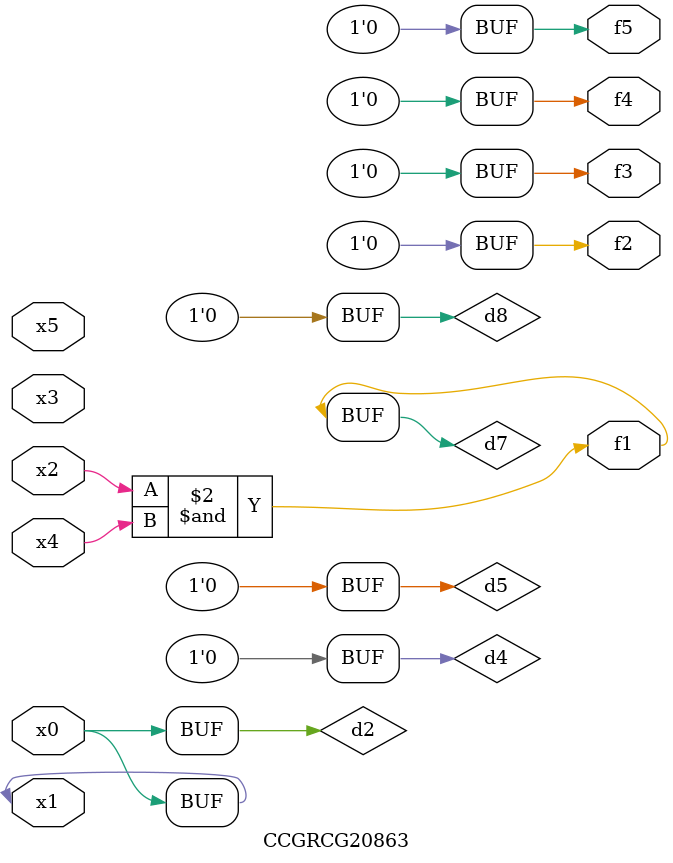
<source format=v>
module CCGRCG20863(
	input x0, x1, x2, x3, x4, x5,
	output f1, f2, f3, f4, f5
);

	wire d1, d2, d3, d4, d5, d6, d7, d8, d9;

	nand (d1, x1);
	buf (d2, x0, x1);
	nand (d3, x2, x4);
	and (d4, d1, d2);
	and (d5, d1, d2);
	nand (d6, d1, d3);
	not (d7, d3);
	xor (d8, d5);
	nor (d9, d5, d6);
	assign f1 = d7;
	assign f2 = d8;
	assign f3 = d8;
	assign f4 = d8;
	assign f5 = d8;
endmodule

</source>
